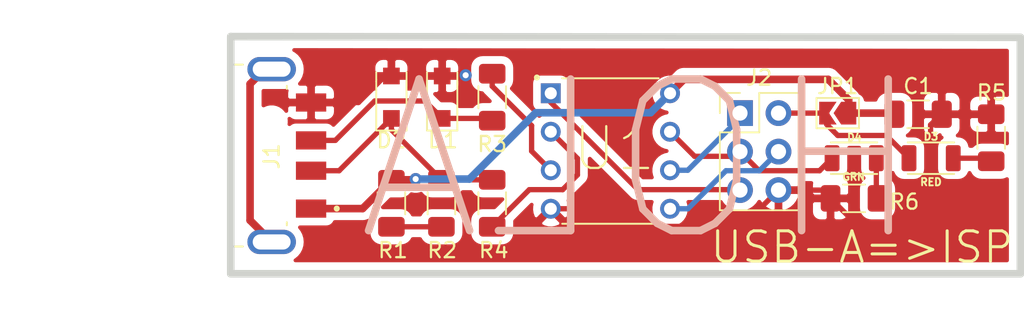
<source format=kicad_pcb>
(kicad_pcb (version 20171130) (host pcbnew "(5.1.10)-1")

  (general
    (thickness 1.6)
    (drawings 8)
    (tracks 88)
    (zones 0)
    (modules 15)
    (nets 16)
  )

  (page A4)
  (layers
    (0 F.Cu signal)
    (31 B.Cu signal)
    (32 B.Adhes user)
    (33 F.Adhes user)
    (34 B.Paste user)
    (35 F.Paste user)
    (36 B.SilkS user)
    (37 F.SilkS user)
    (38 B.Mask user)
    (39 F.Mask user)
    (40 Dwgs.User user)
    (41 Cmts.User user)
    (42 Eco1.User user)
    (43 Eco2.User user)
    (44 Edge.Cuts user)
    (45 Margin user)
    (46 B.CrtYd user)
    (47 F.CrtYd user)
    (48 B.Fab user)
    (49 F.Fab user)
  )

  (setup
    (last_trace_width 0.25)
    (user_trace_width 0.35)
    (user_trace_width 0.5)
    (trace_clearance 0.2)
    (zone_clearance 0.508)
    (zone_45_only no)
    (trace_min 0.2)
    (via_size 0.8)
    (via_drill 0.4)
    (via_min_size 0.4)
    (via_min_drill 0.3)
    (uvia_size 0.3)
    (uvia_drill 0.1)
    (uvias_allowed no)
    (uvia_min_size 0.2)
    (uvia_min_drill 0.1)
    (edge_width 0.05)
    (segment_width 0.2)
    (pcb_text_width 0.3)
    (pcb_text_size 1.5 1.5)
    (mod_edge_width 0.12)
    (mod_text_size 1 1)
    (mod_text_width 0.15)
    (pad_size 1.524 1.524)
    (pad_drill 0.762)
    (pad_to_mask_clearance 0)
    (aux_axis_origin 0 0)
    (visible_elements 7FFFFFFF)
    (pcbplotparams
      (layerselection 0x010fc_ffffffff)
      (usegerberextensions false)
      (usegerberattributes true)
      (usegerberadvancedattributes true)
      (creategerberjobfile true)
      (excludeedgelayer true)
      (linewidth 0.100000)
      (plotframeref false)
      (viasonmask false)
      (mode 1)
      (useauxorigin false)
      (hpglpennumber 1)
      (hpglpenspeed 20)
      (hpglpendiameter 15.000000)
      (psnegative false)
      (psa4output false)
      (plotreference true)
      (plotvalue true)
      (plotinvisibletext false)
      (padsonsilk false)
      (subtractmaskfromsilk false)
      (outputformat 1)
      (mirror false)
      (drillshape 0)
      (scaleselection 1)
      (outputdirectory ""))
  )

  (net 0 "")
  (net 1 GND)
  (net 2 VCC)
  (net 3 "Net-(D3-Pad2)")
  (net 4 "Net-(D3-Pad1)")
  (net 5 /SCK)
  (net 6 "Net-(D4-Pad1)")
  (net 7 "Net-(J1-PadS1)")
  (net 8 "Net-(D2-Pad1)")
  (net 9 "Net-(D1-Pad1)")
  (net 10 /RST)
  (net 11 /MOSI)
  (net 12 /MISO)
  (net 13 "Net-(R1-Pad1)")
  (net 14 "Net-(R3-Pad1)")
  (net 15 "Net-(R4-Pad1)")

  (net_class Default "This is the default net class."
    (clearance 0.2)
    (trace_width 0.25)
    (via_dia 0.8)
    (via_drill 0.4)
    (uvia_dia 0.3)
    (uvia_drill 0.1)
    (add_net /MISO)
    (add_net /MOSI)
    (add_net /RST)
    (add_net /SCK)
    (add_net GND)
    (add_net "Net-(D1-Pad1)")
    (add_net "Net-(D2-Pad1)")
    (add_net "Net-(D3-Pad1)")
    (add_net "Net-(D3-Pad2)")
    (add_net "Net-(D4-Pad1)")
    (add_net "Net-(J1-PadS1)")
    (add_net "Net-(R1-Pad1)")
    (add_net "Net-(R3-Pad1)")
    (add_net "Net-(R4-Pad1)")
    (add_net VCC)
  )

  (module Diode_SMD:D_SOD-123F (layer F.Cu) (tedit 587F7769) (tstamp 619514C8)
    (at 123.8 85.25 90)
    (descr D_SOD-123F)
    (tags D_SOD-123F)
    (path /6196901B)
    (attr smd)
    (fp_text reference D2 (at -2.85 0 180) (layer F.SilkS)
      (effects (font (size 1 1) (thickness 0.15)))
    )
    (fp_text value 3.3V (at 2.75 -0.1 180) (layer F.Fab)
      (effects (font (size 1 1) (thickness 0.15)))
    )
    (fp_line (start -2.2 -1) (end 1.65 -1) (layer F.SilkS) (width 0.12))
    (fp_line (start -2.2 1) (end 1.65 1) (layer F.SilkS) (width 0.12))
    (fp_line (start -2.2 -1.15) (end -2.2 1.15) (layer F.CrtYd) (width 0.05))
    (fp_line (start 2.2 1.15) (end -2.2 1.15) (layer F.CrtYd) (width 0.05))
    (fp_line (start 2.2 -1.15) (end 2.2 1.15) (layer F.CrtYd) (width 0.05))
    (fp_line (start -2.2 -1.15) (end 2.2 -1.15) (layer F.CrtYd) (width 0.05))
    (fp_line (start -1.4 -0.9) (end 1.4 -0.9) (layer F.Fab) (width 0.1))
    (fp_line (start 1.4 -0.9) (end 1.4 0.9) (layer F.Fab) (width 0.1))
    (fp_line (start 1.4 0.9) (end -1.4 0.9) (layer F.Fab) (width 0.1))
    (fp_line (start -1.4 0.9) (end -1.4 -0.9) (layer F.Fab) (width 0.1))
    (fp_line (start -0.75 0) (end -0.35 0) (layer F.Fab) (width 0.1))
    (fp_line (start -0.35 0) (end -0.35 -0.55) (layer F.Fab) (width 0.1))
    (fp_line (start -0.35 0) (end -0.35 0.55) (layer F.Fab) (width 0.1))
    (fp_line (start -0.35 0) (end 0.25 -0.4) (layer F.Fab) (width 0.1))
    (fp_line (start 0.25 -0.4) (end 0.25 0.4) (layer F.Fab) (width 0.1))
    (fp_line (start 0.25 0.4) (end -0.35 0) (layer F.Fab) (width 0.1))
    (fp_line (start 0.25 0) (end 0.75 0) (layer F.Fab) (width 0.1))
    (fp_line (start -2.2 -1) (end -2.2 1) (layer F.SilkS) (width 0.12))
    (fp_text user %R (at -0.127 -1.905 90) (layer F.Fab)
      (effects (font (size 1 1) (thickness 0.15)))
    )
    (pad 2 smd rect (at 1.4 0 90) (size 1.1 1.1) (layers F.Cu F.Paste F.Mask)
      (net 1 GND))
    (pad 1 smd rect (at -1.4 0 90) (size 1.1 1.1) (layers F.Cu F.Paste F.Mask)
      (net 8 "Net-(D2-Pad1)"))
    (model ${KISYS3DMOD}/Diode_SMD.3dshapes/D_SOD-123F.wrl
      (at (xyz 0 0 0))
      (scale (xyz 1 1 1))
      (rotate (xyz 0 0 0))
    )
  )

  (module Diode_SMD:D_SOD-123F (layer F.Cu) (tedit 587F7769) (tstamp 619514B3)
    (at 127.15 85.25 90)
    (descr D_SOD-123F)
    (tags D_SOD-123F)
    (path /61963DA1)
    (attr smd)
    (fp_text reference D1 (at -2.85 0.05 180) (layer F.SilkS)
      (effects (font (size 1 1) (thickness 0.15)))
    )
    (fp_text value 3.3V (at 2.75 0.3 180) (layer F.Fab)
      (effects (font (size 1 1) (thickness 0.15)))
    )
    (fp_line (start -2.2 -1) (end 1.65 -1) (layer F.SilkS) (width 0.12))
    (fp_line (start -2.2 1) (end 1.65 1) (layer F.SilkS) (width 0.12))
    (fp_line (start -2.2 -1.15) (end -2.2 1.15) (layer F.CrtYd) (width 0.05))
    (fp_line (start 2.2 1.15) (end -2.2 1.15) (layer F.CrtYd) (width 0.05))
    (fp_line (start 2.2 -1.15) (end 2.2 1.15) (layer F.CrtYd) (width 0.05))
    (fp_line (start -2.2 -1.15) (end 2.2 -1.15) (layer F.CrtYd) (width 0.05))
    (fp_line (start -1.4 -0.9) (end 1.4 -0.9) (layer F.Fab) (width 0.1))
    (fp_line (start 1.4 -0.9) (end 1.4 0.9) (layer F.Fab) (width 0.1))
    (fp_line (start 1.4 0.9) (end -1.4 0.9) (layer F.Fab) (width 0.1))
    (fp_line (start -1.4 0.9) (end -1.4 -0.9) (layer F.Fab) (width 0.1))
    (fp_line (start -0.75 0) (end -0.35 0) (layer F.Fab) (width 0.1))
    (fp_line (start -0.35 0) (end -0.35 -0.55) (layer F.Fab) (width 0.1))
    (fp_line (start -0.35 0) (end -0.35 0.55) (layer F.Fab) (width 0.1))
    (fp_line (start -0.35 0) (end 0.25 -0.4) (layer F.Fab) (width 0.1))
    (fp_line (start 0.25 -0.4) (end 0.25 0.4) (layer F.Fab) (width 0.1))
    (fp_line (start 0.25 0.4) (end -0.35 0) (layer F.Fab) (width 0.1))
    (fp_line (start 0.25 0) (end 0.75 0) (layer F.Fab) (width 0.1))
    (fp_line (start -2.2 -1) (end -2.2 1) (layer F.SilkS) (width 0.12))
    (fp_text user %R (at -0.127 -1.905 90) (layer F.Fab)
      (effects (font (size 1 1) (thickness 0.15)))
    )
    (pad 2 smd rect (at 1.4 0 90) (size 1.1 1.1) (layers F.Cu F.Paste F.Mask)
      (net 1 GND))
    (pad 1 smd rect (at -1.4 0 90) (size 1.1 1.1) (layers F.Cu F.Paste F.Mask)
      (net 9 "Net-(D1-Pad1)"))
    (model ${KISYS3DMOD}/Diode_SMD.3dshapes/D_SOD-123F.wrl
      (at (xyz 0 0 0))
      (scale (xyz 1 1 1))
      (rotate (xyz 0 0 0))
    )
  )

  (module Jumper:SolderJumper-2_P1.3mm_Open_TrianglePad1.0x1.5mm (layer F.Cu) (tedit 5A64794F) (tstamp 6195153B)
    (at 153.25 86.3 180)
    (descr "SMD Solder Jumper, 1x1.5mm Triangular Pads, 0.3mm gap, open")
    (tags "solder jumper open")
    (path /6197C4B3)
    (attr virtual)
    (fp_text reference JP1 (at 0 1.775) (layer F.SilkS)
      (effects (font (size 1 1) (thickness 0.15)))
    )
    (fp_text value SolderJumper_2_Open (at -1.175 2.1) (layer F.Fab)
      (effects (font (size 1 1) (thickness 0.15)))
    )
    (fp_line (start 1.65 1.25) (end -1.65 1.25) (layer F.CrtYd) (width 0.05))
    (fp_line (start 1.65 1.25) (end 1.65 -1.25) (layer F.CrtYd) (width 0.05))
    (fp_line (start -1.65 -1.25) (end -1.65 1.25) (layer F.CrtYd) (width 0.05))
    (fp_line (start -1.65 -1.25) (end 1.65 -1.25) (layer F.CrtYd) (width 0.05))
    (fp_line (start -1.4 -1) (end 1.4 -1) (layer F.SilkS) (width 0.12))
    (fp_line (start 1.4 -1) (end 1.4 1) (layer F.SilkS) (width 0.12))
    (fp_line (start 1.4 1) (end -1.4 1) (layer F.SilkS) (width 0.12))
    (fp_line (start -1.4 1) (end -1.4 -1) (layer F.SilkS) (width 0.12))
    (pad 1 smd custom (at -0.725 0 180) (size 0.3 0.3) (layers F.Cu F.Mask)
      (net 2 VCC) (zone_connect 2)
      (options (clearance outline) (anchor rect))
      (primitives
        (gr_poly (pts
           (xy -0.5 -0.75) (xy 0.5 -0.75) (xy 1 0) (xy 0.5 0.75) (xy -0.5 0.75)
) (width 0))
      ))
    (pad 2 smd custom (at 0.725 0 180) (size 0.3 0.3) (layers F.Cu F.Mask)
      (net 3 "Net-(D3-Pad2)") (zone_connect 2)
      (options (clearance outline) (anchor rect))
      (primitives
        (gr_poly (pts
           (xy -0.65 -0.75) (xy 0.5 -0.75) (xy 0.5 0.75) (xy -0.65 0.75) (xy -0.15 0)
) (width 0))
      ))
  )

  (module .pretty:DIP787W46P254L927H533Q8 (layer F.Cu) (tedit 61946830) (tstamp 619515B7)
    (at 138.25 88.8)
    (path /6194721D)
    (fp_text reference U1 (at 0.25 -0.15) (layer F.SilkS)
      (effects (font (size 2.755976 2.755976) (thickness 0.15)))
    )
    (fp_text value ATTINY45-20PU (at 0.65 0.3) (layer F.Fab) hide
      (effects (font (size 2.644008 2.644008) (thickness 0.15)))
    )
    (fp_circle (center -4.85 -4.85) (end -4.75 -4.85) (layer F.SilkS) (width 0.2))
    (fp_circle (center -2.27 -4.05) (end -1.884125 -4.05) (layer F.Fab) (width 0.127))
    (fp_line (start 3.18 4.8) (end -3.18 4.8) (layer F.SilkS) (width 0.127))
    (fp_line (start 3.18 -4.8) (end 3.18 4.8) (layer F.Fab) (width 0.127))
    (fp_line (start -3.18 -4.8) (end 3.18 -4.8) (layer F.SilkS) (width 0.127))
    (fp_line (start -3.18 4.8) (end -3.18 -4.8) (layer F.Fab) (width 0.127))
    (fp_line (start -5.13 -5.21) (end -5.13 5.21) (layer F.CrtYd) (width 0.05))
    (fp_line (start 5.13 -5.21) (end -5.13 -5.21) (layer F.CrtYd) (width 0.05))
    (fp_line (start 5.13 5.21) (end 5.13 -5.21) (layer F.CrtYd) (width 0.05))
    (fp_line (start -5.13 5.21) (end 5.13 5.21) (layer F.CrtYd) (width 0.05))
    (pad 7 thru_hole circle (at 3.935 -1.27) (size 1.308 1.308) (drill 0.8) (layers *.Cu *.Mask)
      (net 5 /SCK))
    (pad 6 thru_hole circle (at 3.935 1.27) (size 1.308 1.308) (drill 0.8) (layers *.Cu *.Mask)
      (net 12 /MISO))
    (pad 8 thru_hole circle (at 3.935 -3.81) (size 1.308 1.308) (drill 0.8) (layers *.Cu *.Mask)
      (net 2 VCC))
    (pad 5 thru_hole circle (at 3.935 3.81) (size 1.308 1.308) (drill 0.8) (layers *.Cu *.Mask)
      (net 11 /MOSI))
    (pad 1 thru_hole rect (at -3.935 -3.81) (size 1.308 1.308) (drill 0.8) (layers *.Cu *.Mask)
      (net 10 /RST))
    (pad 4 thru_hole circle (at -3.935 3.81) (size 1.308 1.308) (drill 0.8) (layers *.Cu *.Mask)
      (net 1 GND))
    (pad 2 thru_hole circle (at -3.935 -1.27) (size 1.308 1.308) (drill 0.8) (layers *.Cu *.Mask)
      (net 15 "Net-(R4-Pad1)"))
    (pad 3 thru_hole circle (at -3.935 1.27) (size 1.308 1.308) (drill 0.8) (layers *.Cu *.Mask)
      (net 14 "Net-(R3-Pad1)"))
  )

  (module Resistor_SMD:R_1206_3216Metric_Pad1.30x1.75mm_HandSolder (layer F.Cu) (tedit 5F68FEEE) (tstamp 619515A1)
    (at 154.325 91.925 180)
    (descr "Resistor SMD 1206 (3216 Metric), square (rectangular) end terminal, IPC_7351 nominal with elongated pad for handsoldering. (Body size source: IPC-SM-782 page 72, https://www.pcb-3d.com/wordpress/wp-content/uploads/ipc-sm-782a_amendment_1_and_2.pdf), generated with kicad-footprint-generator")
    (tags "resistor handsolder")
    (path /6198C393)
    (attr smd)
    (fp_text reference R6 (at -3.325 -0.225) (layer F.SilkS)
      (effects (font (size 1 1) (thickness 0.15)))
    )
    (fp_text value 499 (at -3.1 -0.075 270) (layer F.Fab)
      (effects (font (size 1 1) (thickness 0.15)))
    )
    (fp_line (start 2.45 1.12) (end -2.45 1.12) (layer F.CrtYd) (width 0.05))
    (fp_line (start 2.45 -1.12) (end 2.45 1.12) (layer F.CrtYd) (width 0.05))
    (fp_line (start -2.45 -1.12) (end 2.45 -1.12) (layer F.CrtYd) (width 0.05))
    (fp_line (start -2.45 1.12) (end -2.45 -1.12) (layer F.CrtYd) (width 0.05))
    (fp_line (start -0.727064 0.91) (end 0.727064 0.91) (layer F.SilkS) (width 0.12))
    (fp_line (start -0.727064 -0.91) (end 0.727064 -0.91) (layer F.SilkS) (width 0.12))
    (fp_line (start 1.6 0.8) (end -1.6 0.8) (layer F.Fab) (width 0.1))
    (fp_line (start 1.6 -0.8) (end 1.6 0.8) (layer F.Fab) (width 0.1))
    (fp_line (start -1.6 -0.8) (end 1.6 -0.8) (layer F.Fab) (width 0.1))
    (fp_line (start -1.6 0.8) (end -1.6 -0.8) (layer F.Fab) (width 0.1))
    (fp_text user %R (at 0 0) (layer F.Fab)
      (effects (font (size 0.8 0.8) (thickness 0.12)))
    )
    (pad 2 smd roundrect (at 1.55 0 180) (size 1.3 1.75) (layers F.Cu F.Paste F.Mask) (roundrect_rratio 0.1923076923076923)
      (net 1 GND))
    (pad 1 smd roundrect (at -1.55 0 180) (size 1.3 1.75) (layers F.Cu F.Paste F.Mask) (roundrect_rratio 0.1923076923076923)
      (net 6 "Net-(D4-Pad1)"))
    (model ${KISYS3DMOD}/Resistor_SMD.3dshapes/R_1206_3216Metric.wrl
      (at (xyz 0 0 0))
      (scale (xyz 1 1 1))
      (rotate (xyz 0 0 0))
    )
  )

  (module Resistor_SMD:R_1206_3216Metric_Pad1.30x1.75mm_HandSolder (layer F.Cu) (tedit 5F68FEEE) (tstamp 6195672F)
    (at 163.375 87.925 90)
    (descr "Resistor SMD 1206 (3216 Metric), square (rectangular) end terminal, IPC_7351 nominal with elongated pad for handsoldering. (Body size source: IPC-SM-782 page 72, https://www.pcb-3d.com/wordpress/wp-content/uploads/ipc-sm-782a_amendment_1_and_2.pdf), generated with kicad-footprint-generator")
    (tags "resistor handsolder")
    (path /61982C62)
    (attr smd)
    (fp_text reference R5 (at 2.975 0.025 180) (layer F.SilkS)
      (effects (font (size 1 1) (thickness 0.15)))
    )
    (fp_text value 1K (at -0.075 0.075 90) (layer F.Fab)
      (effects (font (size 1 1) (thickness 0.15)))
    )
    (fp_line (start 2.45 1.12) (end -2.45 1.12) (layer F.CrtYd) (width 0.05))
    (fp_line (start 2.45 -1.12) (end 2.45 1.12) (layer F.CrtYd) (width 0.05))
    (fp_line (start -2.45 -1.12) (end 2.45 -1.12) (layer F.CrtYd) (width 0.05))
    (fp_line (start -2.45 1.12) (end -2.45 -1.12) (layer F.CrtYd) (width 0.05))
    (fp_line (start -0.727064 0.91) (end 0.727064 0.91) (layer F.SilkS) (width 0.12))
    (fp_line (start -0.727064 -0.91) (end 0.727064 -0.91) (layer F.SilkS) (width 0.12))
    (fp_line (start 1.6 0.8) (end -1.6 0.8) (layer F.Fab) (width 0.1))
    (fp_line (start 1.6 -0.8) (end 1.6 0.8) (layer F.Fab) (width 0.1))
    (fp_line (start -1.6 -0.8) (end 1.6 -0.8) (layer F.Fab) (width 0.1))
    (fp_line (start -1.6 0.8) (end -1.6 -0.8) (layer F.Fab) (width 0.1))
    (fp_text user %R (at 0 0 90) (layer F.Fab)
      (effects (font (size 0.8 0.8) (thickness 0.12)))
    )
    (pad 2 smd roundrect (at 1.55 0 90) (size 1.3 1.75) (layers F.Cu F.Paste F.Mask) (roundrect_rratio 0.1923076923076923)
      (net 1 GND))
    (pad 1 smd roundrect (at -1.55 0 90) (size 1.3 1.75) (layers F.Cu F.Paste F.Mask) (roundrect_rratio 0.1923076923076923)
      (net 4 "Net-(D3-Pad1)"))
    (model ${KISYS3DMOD}/Resistor_SMD.3dshapes/R_1206_3216Metric.wrl
      (at (xyz 0 0 0))
      (scale (xyz 1 1 1))
      (rotate (xyz 0 0 0))
    )
  )

  (module Resistor_SMD:R_1206_3216Metric_Pad1.30x1.75mm_HandSolder (layer F.Cu) (tedit 5F68FEEE) (tstamp 619554F4)
    (at 130.45 92.25 90)
    (descr "Resistor SMD 1206 (3216 Metric), square (rectangular) end terminal, IPC_7351 nominal with elongated pad for handsoldering. (Body size source: IPC-SM-782 page 72, https://www.pcb-3d.com/wordpress/wp-content/uploads/ipc-sm-782a_amendment_1_and_2.pdf), generated with kicad-footprint-generator")
    (tags "resistor handsolder")
    (path /61961691)
    (attr smd)
    (fp_text reference R4 (at -3.1 0.1 180) (layer F.SilkS)
      (effects (font (size 1 1) (thickness 0.15)))
    )
    (fp_text value 49 (at 3 0 180) (layer F.Fab)
      (effects (font (size 1 1) (thickness 0.15)))
    )
    (fp_line (start 2.45 1.12) (end -2.45 1.12) (layer F.CrtYd) (width 0.05))
    (fp_line (start 2.45 -1.12) (end 2.45 1.12) (layer F.CrtYd) (width 0.05))
    (fp_line (start -2.45 -1.12) (end 2.45 -1.12) (layer F.CrtYd) (width 0.05))
    (fp_line (start -2.45 1.12) (end -2.45 -1.12) (layer F.CrtYd) (width 0.05))
    (fp_line (start -0.727064 0.91) (end 0.727064 0.91) (layer F.SilkS) (width 0.12))
    (fp_line (start -0.727064 -0.91) (end 0.727064 -0.91) (layer F.SilkS) (width 0.12))
    (fp_line (start 1.6 0.8) (end -1.6 0.8) (layer F.Fab) (width 0.1))
    (fp_line (start 1.6 -0.8) (end 1.6 0.8) (layer F.Fab) (width 0.1))
    (fp_line (start -1.6 -0.8) (end 1.6 -0.8) (layer F.Fab) (width 0.1))
    (fp_line (start -1.6 0.8) (end -1.6 -0.8) (layer F.Fab) (width 0.1))
    (fp_text user %R (at 0 0 90) (layer F.Fab)
      (effects (font (size 0.8 0.8) (thickness 0.12)))
    )
    (pad 2 smd roundrect (at 1.55 0 90) (size 1.3 1.75) (layers F.Cu F.Paste F.Mask) (roundrect_rratio 0.1923076923076923)
      (net 8 "Net-(D2-Pad1)"))
    (pad 1 smd roundrect (at -1.55 0 90) (size 1.3 1.75) (layers F.Cu F.Paste F.Mask) (roundrect_rratio 0.1923076923076923)
      (net 15 "Net-(R4-Pad1)"))
    (model ${KISYS3DMOD}/Resistor_SMD.3dshapes/R_1206_3216Metric.wrl
      (at (xyz 0 0 0))
      (scale (xyz 1 1 1))
      (rotate (xyz 0 0 0))
    )
  )

  (module Resistor_SMD:R_1206_3216Metric_Pad1.30x1.75mm_HandSolder (layer F.Cu) (tedit 5F68FEEE) (tstamp 61955C80)
    (at 130.45 85.25 270)
    (descr "Resistor SMD 1206 (3216 Metric), square (rectangular) end terminal, IPC_7351 nominal with elongated pad for handsoldering. (Body size source: IPC-SM-782 page 72, https://www.pcb-3d.com/wordpress/wp-content/uploads/ipc-sm-782a_amendment_1_and_2.pdf), generated with kicad-footprint-generator")
    (tags "resistor handsolder")
    (path /6196126E)
    (attr smd)
    (fp_text reference R3 (at 3.1 0 180) (layer F.SilkS)
      (effects (font (size 1 1) (thickness 0.15)))
    )
    (fp_text value 49 (at 0 1.82 90) (layer F.Fab)
      (effects (font (size 1 1) (thickness 0.15)))
    )
    (fp_line (start 2.45 1.12) (end -2.45 1.12) (layer F.CrtYd) (width 0.05))
    (fp_line (start 2.45 -1.12) (end 2.45 1.12) (layer F.CrtYd) (width 0.05))
    (fp_line (start -2.45 -1.12) (end 2.45 -1.12) (layer F.CrtYd) (width 0.05))
    (fp_line (start -2.45 1.12) (end -2.45 -1.12) (layer F.CrtYd) (width 0.05))
    (fp_line (start -0.727064 0.91) (end 0.727064 0.91) (layer F.SilkS) (width 0.12))
    (fp_line (start -0.727064 -0.91) (end 0.727064 -0.91) (layer F.SilkS) (width 0.12))
    (fp_line (start 1.6 0.8) (end -1.6 0.8) (layer F.Fab) (width 0.1))
    (fp_line (start 1.6 -0.8) (end 1.6 0.8) (layer F.Fab) (width 0.1))
    (fp_line (start -1.6 -0.8) (end 1.6 -0.8) (layer F.Fab) (width 0.1))
    (fp_line (start -1.6 0.8) (end -1.6 -0.8) (layer F.Fab) (width 0.1))
    (fp_text user %R (at 0 0 90) (layer F.Fab)
      (effects (font (size 0.8 0.8) (thickness 0.12)))
    )
    (pad 2 smd roundrect (at 1.55 0 270) (size 1.3 1.75) (layers F.Cu F.Paste F.Mask) (roundrect_rratio 0.1923076923076923)
      (net 9 "Net-(D1-Pad1)"))
    (pad 1 smd roundrect (at -1.55 0 270) (size 1.3 1.75) (layers F.Cu F.Paste F.Mask) (roundrect_rratio 0.1923076923076923)
      (net 14 "Net-(R3-Pad1)"))
    (model ${KISYS3DMOD}/Resistor_SMD.3dshapes/R_1206_3216Metric.wrl
      (at (xyz 0 0 0))
      (scale (xyz 1 1 1))
      (rotate (xyz 0 0 0))
    )
  )

  (module Resistor_SMD:R_1206_3216Metric_Pad1.30x1.75mm_HandSolder (layer F.Cu) (tedit 5F68FEEE) (tstamp 619550FD)
    (at 127.1 92.25 90)
    (descr "Resistor SMD 1206 (3216 Metric), square (rectangular) end terminal, IPC_7351 nominal with elongated pad for handsoldering. (Body size source: IPC-SM-782 page 72, https://www.pcb-3d.com/wordpress/wp-content/uploads/ipc-sm-782a_amendment_1_and_2.pdf), generated with kicad-footprint-generator")
    (tags "resistor handsolder")
    (path /6196FF37)
    (attr smd)
    (fp_text reference R2 (at -3.1 0.05 180) (layer F.SilkS)
      (effects (font (size 1 1) (thickness 0.15)))
    )
    (fp_text value 499 (at 3 0 180) (layer F.Fab)
      (effects (font (size 1 1) (thickness 0.15)))
    )
    (fp_line (start 2.45 1.12) (end -2.45 1.12) (layer F.CrtYd) (width 0.05))
    (fp_line (start 2.45 -1.12) (end 2.45 1.12) (layer F.CrtYd) (width 0.05))
    (fp_line (start -2.45 -1.12) (end 2.45 -1.12) (layer F.CrtYd) (width 0.05))
    (fp_line (start -2.45 1.12) (end -2.45 -1.12) (layer F.CrtYd) (width 0.05))
    (fp_line (start -0.727064 0.91) (end 0.727064 0.91) (layer F.SilkS) (width 0.12))
    (fp_line (start -0.727064 -0.91) (end 0.727064 -0.91) (layer F.SilkS) (width 0.12))
    (fp_line (start 1.6 0.8) (end -1.6 0.8) (layer F.Fab) (width 0.1))
    (fp_line (start 1.6 -0.8) (end 1.6 0.8) (layer F.Fab) (width 0.1))
    (fp_line (start -1.6 -0.8) (end 1.6 -0.8) (layer F.Fab) (width 0.1))
    (fp_line (start -1.6 0.8) (end -1.6 -0.8) (layer F.Fab) (width 0.1))
    (fp_text user %R (at 0 0 90) (layer F.Fab)
      (effects (font (size 0.8 0.8) (thickness 0.12)))
    )
    (pad 2 smd roundrect (at 1.55 0 90) (size 1.3 1.75) (layers F.Cu F.Paste F.Mask) (roundrect_rratio 0.1923076923076923)
      (net 8 "Net-(D2-Pad1)"))
    (pad 1 smd roundrect (at -1.55 0 90) (size 1.3 1.75) (layers F.Cu F.Paste F.Mask) (roundrect_rratio 0.1923076923076923)
      (net 13 "Net-(R1-Pad1)"))
    (model ${KISYS3DMOD}/Resistor_SMD.3dshapes/R_1206_3216Metric.wrl
      (at (xyz 0 0 0))
      (scale (xyz 1 1 1))
      (rotate (xyz 0 0 0))
    )
  )

  (module Resistor_SMD:R_1206_3216Metric_Pad1.30x1.75mm_HandSolder (layer F.Cu) (tedit 5F68FEEE) (tstamp 61955337)
    (at 123.8 92.25 90)
    (descr "Resistor SMD 1206 (3216 Metric), square (rectangular) end terminal, IPC_7351 nominal with elongated pad for handsoldering. (Body size source: IPC-SM-782 page 72, https://www.pcb-3d.com/wordpress/wp-content/uploads/ipc-sm-782a_amendment_1_and_2.pdf), generated with kicad-footprint-generator")
    (tags "resistor handsolder")
    (path /6196EB61)
    (attr smd)
    (fp_text reference R1 (at -3.1 0.1 180) (layer F.SilkS)
      (effects (font (size 1 1) (thickness 0.15)))
    )
    (fp_text value 1K (at 3 0.05 180) (layer F.Fab)
      (effects (font (size 1 1) (thickness 0.15)))
    )
    (fp_line (start 2.45 1.12) (end -2.45 1.12) (layer F.CrtYd) (width 0.05))
    (fp_line (start 2.45 -1.12) (end 2.45 1.12) (layer F.CrtYd) (width 0.05))
    (fp_line (start -2.45 -1.12) (end 2.45 -1.12) (layer F.CrtYd) (width 0.05))
    (fp_line (start -2.45 1.12) (end -2.45 -1.12) (layer F.CrtYd) (width 0.05))
    (fp_line (start -0.727064 0.91) (end 0.727064 0.91) (layer F.SilkS) (width 0.12))
    (fp_line (start -0.727064 -0.91) (end 0.727064 -0.91) (layer F.SilkS) (width 0.12))
    (fp_line (start 1.6 0.8) (end -1.6 0.8) (layer F.Fab) (width 0.1))
    (fp_line (start 1.6 -0.8) (end 1.6 0.8) (layer F.Fab) (width 0.1))
    (fp_line (start -1.6 -0.8) (end 1.6 -0.8) (layer F.Fab) (width 0.1))
    (fp_line (start -1.6 0.8) (end -1.6 -0.8) (layer F.Fab) (width 0.1))
    (fp_text user %R (at 0 0 90) (layer F.Fab)
      (effects (font (size 0.8 0.8) (thickness 0.12)))
    )
    (pad 2 smd roundrect (at 1.55 0 90) (size 1.3 1.75) (layers F.Cu F.Paste F.Mask) (roundrect_rratio 0.1923076923076923)
      (net 2 VCC))
    (pad 1 smd roundrect (at -1.55 0 90) (size 1.3 1.75) (layers F.Cu F.Paste F.Mask) (roundrect_rratio 0.1923076923076923)
      (net 13 "Net-(R1-Pad1)"))
    (model ${KISYS3DMOD}/Resistor_SMD.3dshapes/R_1206_3216Metric.wrl
      (at (xyz 0 0 0))
      (scale (xyz 1 1 1))
      (rotate (xyz 0 0 0))
    )
  )

  (module Connector_PinHeader_2.54mm:PinHeader_2x03_P2.54mm_Vertical (layer F.Cu) (tedit 59FED5CC) (tstamp 61951529)
    (at 146.8 86.3)
    (descr "Through hole straight pin header, 2x03, 2.54mm pitch, double rows")
    (tags "Through hole pin header THT 2x03 2.54mm double row")
    (path /6194D35D)
    (fp_text reference J2 (at 1.27 -2.33) (layer F.SilkS)
      (effects (font (size 1 1) (thickness 0.15)))
    )
    (fp_text value Conn_01x06_Male (at -1.825 2.325 90) (layer F.Fab)
      (effects (font (size 1 1) (thickness 0.15)))
    )
    (fp_line (start 4.35 -1.8) (end -1.8 -1.8) (layer F.CrtYd) (width 0.05))
    (fp_line (start 4.35 6.85) (end 4.35 -1.8) (layer F.CrtYd) (width 0.05))
    (fp_line (start -1.8 6.85) (end 4.35 6.85) (layer F.CrtYd) (width 0.05))
    (fp_line (start -1.8 -1.8) (end -1.8 6.85) (layer F.CrtYd) (width 0.05))
    (fp_line (start -1.33 -1.33) (end 0 -1.33) (layer F.SilkS) (width 0.12))
    (fp_line (start -1.33 0) (end -1.33 -1.33) (layer F.SilkS) (width 0.12))
    (fp_line (start 1.27 -1.33) (end 3.87 -1.33) (layer F.SilkS) (width 0.12))
    (fp_line (start 1.27 1.27) (end 1.27 -1.33) (layer F.SilkS) (width 0.12))
    (fp_line (start -1.33 1.27) (end 1.27 1.27) (layer F.SilkS) (width 0.12))
    (fp_line (start 3.87 -1.33) (end 3.87 6.41) (layer F.SilkS) (width 0.12))
    (fp_line (start -1.33 1.27) (end -1.33 6.41) (layer F.SilkS) (width 0.12))
    (fp_line (start -1.33 6.41) (end 3.87 6.41) (layer F.SilkS) (width 0.12))
    (fp_line (start -1.27 0) (end 0 -1.27) (layer F.Fab) (width 0.1))
    (fp_line (start -1.27 6.35) (end -1.27 0) (layer F.Fab) (width 0.1))
    (fp_line (start 3.81 6.35) (end -1.27 6.35) (layer F.Fab) (width 0.1))
    (fp_line (start 3.81 -1.27) (end 3.81 6.35) (layer F.Fab) (width 0.1))
    (fp_line (start 0 -1.27) (end 3.81 -1.27) (layer F.Fab) (width 0.1))
    (fp_text user %R (at 1.27 2.54 90) (layer F.Fab)
      (effects (font (size 1 1) (thickness 0.15)))
    )
    (pad 6 thru_hole oval (at 2.54 5.08) (size 1.7 1.7) (drill 1) (layers *.Cu *.Mask)
      (net 1 GND))
    (pad 5 thru_hole oval (at 0 5.08) (size 1.7 1.7) (drill 1) (layers *.Cu *.Mask)
      (net 10 /RST))
    (pad 4 thru_hole oval (at 2.54 2.54) (size 1.7 1.7) (drill 1) (layers *.Cu *.Mask)
      (net 11 /MOSI))
    (pad 3 thru_hole oval (at 0 2.54) (size 1.7 1.7) (drill 1) (layers *.Cu *.Mask)
      (net 5 /SCK))
    (pad 2 thru_hole oval (at 2.54 0) (size 1.7 1.7) (drill 1) (layers *.Cu *.Mask)
      (net 3 "Net-(D3-Pad2)"))
    (pad 1 thru_hole rect (at 0 0) (size 1.7 1.7) (drill 1) (layers *.Cu *.Mask)
      (net 12 /MISO))
    (model ${KISYS3DMOD}/Connector_PinHeader_2.54mm.3dshapes/PinHeader_2x03_P2.54mm_Vertical.wrl
      (at (xyz 0 0 0))
      (scale (xyz 1 1 1))
      (rotate (xyz 0 0 0))
    )
  )

  (module .pretty:TE_1-1734028-1 (layer F.Cu) (tedit 61946E1D) (tstamp 619570E5)
    (at 115.9 89.1 270)
    (path /6194A2CC)
    (fp_text reference J1 (at 0.05 0 90) (layer F.SilkS)
      (effects (font (size 1 1) (thickness 0.15)))
    )
    (fp_text value 1-1734028-1 (at 1.94486 -4.628995 90) (layer F.Fab)
      (effects (font (size 1.001551 1.001551) (thickness 0.15)))
    )
    (fp_line (start -6 2.7) (end 6 2.7) (layer F.Fab) (width 0.127))
    (fp_line (start 6 2.7) (end 6 17.65) (layer F.Fab) (width 0.127))
    (fp_line (start 6 17.65) (end -6 17.65) (layer F.Fab) (width 0.127))
    (fp_line (start -6 17.65) (end -6 2.7) (layer F.Fab) (width 0.127))
    (fp_line (start -6.25 1.85) (end -6.75 1.85) (layer F.CrtYd) (width 0.05))
    (fp_line (start 6.75 1.85) (end 6.25 1.85) (layer F.CrtYd) (width 0.05))
    (fp_circle (center 3.499 -4.294) (end 3.599 -4.294) (layer F.SilkS) (width 0.2))
    (fp_circle (center 3.499 -4.294) (end 3.599 -4.294) (layer F.Fab) (width 0.2))
    (fp_line (start -10.2 2.7) (end -6 2.7) (layer F.Fab) (width 0.127))
    (fp_line (start -6 2.7) (end 6 2.7) (layer F.Fab) (width 0.127))
    (fp_line (start 6 2.7) (end 10.2 2.7) (layer F.Fab) (width 0.127))
    (fp_line (start -6 2.7) (end -6 -1) (layer F.Fab) (width 0.127))
    (fp_line (start -6 -1) (end 6 -1) (layer F.Fab) (width 0.127))
    (fp_line (start 6 -1) (end 6 2.7) (layer F.Fab) (width 0.127))
    (fp_line (start -4.6 -1) (end -4.4 -1) (layer F.SilkS) (width 0.127))
    (fp_line (start 4.6 -1) (end 4.4 -1) (layer F.SilkS) (width 0.127))
    (fp_line (start -6 1.9) (end -6 2.7) (layer F.SilkS) (width 0.127))
    (fp_line (start 6 2.7) (end 6 1.9) (layer F.SilkS) (width 0.127))
    (fp_line (start -6.25 1.85) (end -6.25 17.9) (layer F.CrtYd) (width 0.05))
    (fp_line (start 6.25 1.85) (end 6.25 17.9) (layer F.CrtYd) (width 0.05))
    (fp_line (start 6.25 17.9) (end -6.25 17.9) (layer F.CrtYd) (width 0.05))
    (fp_line (start -6.75 1.85) (end -6.75 -3.85) (layer F.CrtYd) (width 0.05))
    (fp_line (start -6.75 -3.85) (end 6.75 -3.85) (layer F.CrtYd) (width 0.05))
    (fp_line (start 6.75 -3.85) (end 6.75 1.85) (layer F.CrtYd) (width 0.05))
    (fp_text user PCB-EDGE (at 7.2 2.6 90) (layer F.Fab)
      (effects (font (size 0.32 0.32) (thickness 0.15)))
    )
    (pad 4 smd rect (at -3.5 -2.6 270) (size 1.2 2) (layers F.Cu F.Paste F.Mask)
      (net 1 GND))
    (pad 1 smd rect (at 3.5 -2.6 270) (size 1.2 2) (layers F.Cu F.Paste F.Mask)
      (net 2 VCC))
    (pad 3 smd rect (at -1 -2.6 270) (size 1.2 2) (layers F.Cu F.Paste F.Mask)
      (net 9 "Net-(D1-Pad1)"))
    (pad 2 smd rect (at 1 -2.6 270) (size 1.2 2) (layers F.Cu F.Paste F.Mask)
      (net 8 "Net-(D2-Pad1)"))
    (pad None np_thru_hole circle (at -2.25 0 270) (size 1.1 1.1) (drill 1.1) (layers *.Cu *.Mask))
    (pad None np_thru_hole circle (at 2.25 0 270) (size 1.1 1.1) (drill 1.1) (layers *.Cu *.Mask))
    (pad S1 thru_hole oval (at -5.7 0 270) (size 1.6 3.2) (drill oval 1 2.5) (layers *.Cu *.Mask)
      (net 7 "Net-(J1-PadS1)"))
    (pad S2 thru_hole oval (at 5.7 0 270) (size 1.6 3.2) (drill oval 1 2.5) (layers *.Cu *.Mask)
      (net 7 "Net-(J1-PadS1)"))
  )

  (module .pretty:RESC3015X65 (layer F.Cu) (tedit 6194BB42) (tstamp 619514E8)
    (at 154.325 89.275 180)
    (path /6198850C)
    (fp_text reference D4 (at -0.025 1.375 180) (layer F.SilkS)
      (effects (font (size 0.480017 0.480017) (thickness 0.15)))
    )
    (fp_text value GRN (at 0.025 -1.225) (layer F.SilkS)
      (effects (font (size 0.480398 0.480398) (thickness 0.15)))
    )
    (fp_line (start 2.21 -1.11) (end -2.21 -1.11) (layer F.CrtYd) (width 0.05))
    (fp_line (start 2.21 1.11) (end 2.21 -1.11) (layer F.CrtYd) (width 0.05))
    (fp_line (start -2.21 1.11) (end 2.21 1.11) (layer F.CrtYd) (width 0.05))
    (fp_line (start -2.21 -1.11) (end -2.21 1.11) (layer F.CrtYd) (width 0.05))
    (fp_line (start -1.53 1.04) (end 1.53 1.04) (layer F.SilkS) (width 0.127))
    (fp_line (start -1.53 -1.04) (end 1.53 -1.04) (layer F.SilkS) (width 0.127))
    (fp_line (start -1.6 0.85) (end -1.6 -0.85) (layer F.Fab) (width 0.127))
    (fp_line (start 1.6 0.85) (end -1.6 0.85) (layer F.Fab) (width 0.127))
    (fp_line (start 1.6 -0.85) (end 1.6 0.85) (layer F.Fab) (width 0.127))
    (fp_line (start -1.6 -0.85) (end 1.6 -0.85) (layer F.Fab) (width 0.127))
    (pad 2 smd roundrect (at 1.45 0 180) (size 0.98 1.72) (layers F.Cu F.Paste F.Mask) (roundrect_rratio 0.17)
      (net 5 /SCK))
    (pad 1 smd roundrect (at -1.47 0 180) (size 0.98 1.72) (layers F.Cu F.Paste F.Mask) (roundrect_rratio 0.17)
      (net 6 "Net-(D4-Pad1)"))
  )

  (module .pretty:RESC3015X65 (layer F.Cu) (tedit 6194BB42) (tstamp 619573A3)
    (at 159.4 89.275 180)
    (path /61980EF1)
    (fp_text reference D3 (at 0 1.425) (layer F.SilkS)
      (effects (font (size 0.480017 0.480017) (thickness 0.15)))
    )
    (fp_text value RED (at 0 -1.575) (layer F.SilkS)
      (effects (font (size 0.480398 0.480398) (thickness 0.15)))
    )
    (fp_line (start 2.21 -1.11) (end -2.21 -1.11) (layer F.CrtYd) (width 0.05))
    (fp_line (start 2.21 1.11) (end 2.21 -1.11) (layer F.CrtYd) (width 0.05))
    (fp_line (start -2.21 1.11) (end 2.21 1.11) (layer F.CrtYd) (width 0.05))
    (fp_line (start -2.21 -1.11) (end -2.21 1.11) (layer F.CrtYd) (width 0.05))
    (fp_line (start -1.53 1.04) (end 1.53 1.04) (layer F.SilkS) (width 0.127))
    (fp_line (start -1.53 -1.04) (end 1.53 -1.04) (layer F.SilkS) (width 0.127))
    (fp_line (start -1.6 0.85) (end -1.6 -0.85) (layer F.Fab) (width 0.127))
    (fp_line (start 1.6 0.85) (end -1.6 0.85) (layer F.Fab) (width 0.127))
    (fp_line (start 1.6 -0.85) (end 1.6 0.85) (layer F.Fab) (width 0.127))
    (fp_line (start -1.6 -0.85) (end 1.6 -0.85) (layer F.Fab) (width 0.127))
    (pad 2 smd roundrect (at 1.45 0 180) (size 0.98 1.72) (layers F.Cu F.Paste F.Mask) (roundrect_rratio 0.17)
      (net 3 "Net-(D3-Pad2)"))
    (pad 1 smd roundrect (at -1.47 0 180) (size 0.98 1.72) (layers F.Cu F.Paste F.Mask) (roundrect_rratio 0.17)
      (net 4 "Net-(D3-Pad1)"))
  )

  (module Capacitor_SMD:C_1206_3216Metric_Pad1.33x1.80mm_HandSolder (layer F.Cu) (tedit 5F68FEEF) (tstamp 6195149E)
    (at 158.55 86.375)
    (descr "Capacitor SMD 1206 (3216 Metric), square (rectangular) end terminal, IPC_7351 nominal with elongated pad for handsoldering. (Body size source: IPC-SM-782 page 76, https://www.pcb-3d.com/wordpress/wp-content/uploads/ipc-sm-782a_amendment_1_and_2.pdf), generated with kicad-footprint-generator")
    (tags "capacitor handsolder")
    (path /61990351)
    (attr smd)
    (fp_text reference C1 (at 0 -1.85) (layer F.SilkS)
      (effects (font (size 1 1) (thickness 0.15)))
    )
    (fp_text value 0.1mF (at 0 1.85) (layer F.Fab)
      (effects (font (size 1 1) (thickness 0.15)))
    )
    (fp_line (start 2.48 1.15) (end -2.48 1.15) (layer F.CrtYd) (width 0.05))
    (fp_line (start 2.48 -1.15) (end 2.48 1.15) (layer F.CrtYd) (width 0.05))
    (fp_line (start -2.48 -1.15) (end 2.48 -1.15) (layer F.CrtYd) (width 0.05))
    (fp_line (start -2.48 1.15) (end -2.48 -1.15) (layer F.CrtYd) (width 0.05))
    (fp_line (start -0.711252 0.91) (end 0.711252 0.91) (layer F.SilkS) (width 0.12))
    (fp_line (start -0.711252 -0.91) (end 0.711252 -0.91) (layer F.SilkS) (width 0.12))
    (fp_line (start 1.6 0.8) (end -1.6 0.8) (layer F.Fab) (width 0.1))
    (fp_line (start 1.6 -0.8) (end 1.6 0.8) (layer F.Fab) (width 0.1))
    (fp_line (start -1.6 -0.8) (end 1.6 -0.8) (layer F.Fab) (width 0.1))
    (fp_line (start -1.6 0.8) (end -1.6 -0.8) (layer F.Fab) (width 0.1))
    (fp_text user %R (at 0 0) (layer F.Fab)
      (effects (font (size 0.8 0.8) (thickness 0.12)))
    )
    (pad 2 smd roundrect (at 1.5625 0) (size 1.325 1.8) (layers F.Cu F.Paste F.Mask) (roundrect_rratio 0.1886784905660377)
      (net 1 GND))
    (pad 1 smd roundrect (at -1.5625 0) (size 1.325 1.8) (layers F.Cu F.Paste F.Mask) (roundrect_rratio 0.1886784905660377)
      (net 2 VCC))
    (model ${KISYS3DMOD}/Capacitor_SMD.3dshapes/C_1206_3216Metric.wrl
      (at (xyz 0 0 0))
      (scale (xyz 1 1 1))
      (rotate (xyz 0 0 0))
    )
  )

  (gr_text USB-A=>ISP (at 154.85 95.15) (layer F.SilkS)
    (effects (font (size 2 2) (thickness 0.2)))
  )
  (gr_text HOLA (at 140.15 89.45) (layer B.SilkS)
    (effects (font (size 10 10) (thickness 0.5)) (justify mirror))
  )
  (gr_line (start 165.3 96.9) (end 165.3 81.3) (layer Edge.Cuts) (width 0.5) (tstamp 61956D06))
  (gr_line (start 113.2 96.9) (end 165.3 96.9) (layer Edge.Cuts) (width 0.5))
  (gr_line (start 113.2 95.1) (end 113.2 96.9) (layer Edge.Cuts) (width 0.5))
  (gr_line (start 113.2 82.85) (end 113.2 95.1) (layer Edge.Cuts) (width 0.5))
  (gr_line (start 113.2 81.25) (end 165.3 81.3) (layer Edge.Cuts) (width 0.5))
  (gr_line (start 113.2 82.85) (end 113.2 81.25) (layer Edge.Cuts) (width 0.5))

  (segment (start 118.5 85.6) (end 118.5 85.55) (width 0.25) (layer F.Cu) (net 1))
  (segment (start 118.5 85.6) (end 118.5 85.5) (width 0.35) (layer F.Cu) (net 1))
  (segment (start 118.5 85.6) (end 121.625 85.6) (width 0.35) (layer F.Cu) (net 1))
  (segment (start 123.375 83.85) (end 123.8 83.85) (width 0.35) (layer F.Cu) (net 1))
  (segment (start 121.625 85.6) (end 123.375 83.85) (width 0.35) (layer F.Cu) (net 1))
  (segment (start 123.8 83.85) (end 127.15 83.85) (width 0.35) (layer F.Cu) (net 1))
  (segment (start 128.65 83.85) (end 128.7 83.8) (width 0.35) (layer F.Cu) (net 1))
  (via (at 128.7 83.8) (size 0.8) (drill 0.4) (layers F.Cu B.Cu) (net 1))
  (segment (start 127.15 83.85) (end 128.65 83.85) (width 0.35) (layer F.Cu) (net 1))
  (segment (start 160.1125 86.375) (end 163.375 86.375) (width 0.35) (layer F.Cu) (net 1))
  (segment (start 152.23 91.38) (end 152.775 91.925) (width 0.35) (layer F.Cu) (net 1))
  (segment (start 149.34 91.38) (end 152.23 91.38) (width 0.35) (layer F.Cu) (net 1))
  (segment (start 134.315 92.61) (end 140.06 92.61) (width 0.35) (layer F.Cu) (net 1))
  (segment (start 140.06 92.61) (end 141.225 93.775) (width 0.35) (layer F.Cu) (net 1))
  (segment (start 146.945 93.775) (end 149.34 91.38) (width 0.35) (layer F.Cu) (net 1))
  (segment (start 141.225 93.775) (end 146.945 93.775) (width 0.35) (layer F.Cu) (net 1))
  (segment (start 160.1125 86.375) (end 160.075 86.375) (width 0.35) (layer F.Cu) (net 1))
  (segment (start 160.075 86.375) (end 159.375 87.075) (width 0.35) (layer F.Cu) (net 1))
  (segment (start 159.375 87.075) (end 159.375 90.875) (width 0.35) (layer F.Cu) (net 1))
  (segment (start 159.375 90.875) (end 156.75 93.5) (width 0.35) (layer F.Cu) (net 1))
  (segment (start 154.35 93.5) (end 152.775 91.925) (width 0.35) (layer F.Cu) (net 1))
  (segment (start 156.75 93.5) (end 154.35 93.5) (width 0.35) (layer F.Cu) (net 1))
  (segment (start 156.9125 86.3) (end 156.9875 86.375) (width 0.5) (layer F.Cu) (net 2))
  (segment (start 153.975 86.3) (end 156.9125 86.3) (width 0.5) (layer F.Cu) (net 2))
  (segment (start 121.9 92.6) (end 123.8 90.7) (width 0.5) (layer F.Cu) (net 2))
  (segment (start 118.5 92.6) (end 121.9 92.6) (width 0.5) (layer F.Cu) (net 2))
  (via (at 125.4 90.65) (size 0.8) (drill 0.4) (layers F.Cu B.Cu) (net 2))
  (segment (start 125.35 90.7) (end 125.4 90.65) (width 0.5) (layer F.Cu) (net 2))
  (segment (start 123.8 90.7) (end 125.35 90.7) (width 0.5) (layer F.Cu) (net 2))
  (segment (start 125.4 90.65) (end 128.95 90.65) (width 0.5) (layer B.Cu) (net 2))
  (segment (start 128.95 90.65) (end 133.325 86.275) (width 0.5) (layer B.Cu) (net 2))
  (segment (start 140.9 86.275) (end 142.185 84.99) (width 0.5) (layer B.Cu) (net 2))
  (segment (start 133.325 86.275) (end 140.9 86.275) (width 0.5) (layer B.Cu) (net 2))
  (segment (start 153.975 85.425) (end 153.975 86.3) (width 0.5) (layer F.Cu) (net 2))
  (segment (start 152.625 84.075) (end 153.975 85.425) (width 0.5) (layer F.Cu) (net 2))
  (segment (start 143.1 84.075) (end 152.625 84.075) (width 0.5) (layer F.Cu) (net 2))
  (segment (start 142.185 84.99) (end 143.1 84.075) (width 0.5) (layer F.Cu) (net 2))
  (segment (start 149.34 86.3) (end 152.525 86.3) (width 0.35) (layer F.Cu) (net 3))
  (segment (start 152.525 87.05) (end 153.25 87.775) (width 0.35) (layer F.Cu) (net 3))
  (segment (start 152.525 86.3) (end 152.525 87.05) (width 0.35) (layer F.Cu) (net 3))
  (segment (start 156.45 87.775) (end 157.95 89.275) (width 0.35) (layer F.Cu) (net 3))
  (segment (start 153.25 87.775) (end 156.45 87.775) (width 0.35) (layer F.Cu) (net 3))
  (segment (start 163.175 89.275) (end 163.375 89.475) (width 0.35) (layer F.Cu) (net 4))
  (segment (start 160.87 89.275) (end 163.175 89.275) (width 0.35) (layer F.Cu) (net 4))
  (segment (start 142.185 87.53) (end 143.805 89.15) (width 0.35) (layer F.Cu) (net 5))
  (segment (start 146.49 89.15) (end 146.8 88.84) (width 0.35) (layer F.Cu) (net 5))
  (segment (start 143.805 89.15) (end 146.49 89.15) (width 0.35) (layer F.Cu) (net 5))
  (segment (start 146.8 88.84) (end 148.06 90.1) (width 0.35) (layer F.Cu) (net 5))
  (segment (start 152.05 90.1) (end 152.875 89.275) (width 0.35) (layer F.Cu) (net 5))
  (segment (start 148.06 90.1) (end 152.05 90.1) (width 0.35) (layer F.Cu) (net 5))
  (segment (start 155.795 91.845) (end 155.875 91.925) (width 0.35) (layer F.Cu) (net 6))
  (segment (start 155.795 89.275) (end 155.795 91.845) (width 0.35) (layer F.Cu) (net 6))
  (segment (start 114.475 93.375) (end 115.9 94.8) (width 0.5) (layer F.Cu) (net 7))
  (segment (start 114.475 84.375) (end 114.475 93.375) (width 0.5) (layer F.Cu) (net 7))
  (segment (start 115.45 83.4) (end 114.475 84.375) (width 0.5) (layer F.Cu) (net 7))
  (segment (start 115.9 83.4) (end 115.45 83.4) (width 0.5) (layer F.Cu) (net 7))
  (segment (start 120.35 90.1) (end 123.8 86.65) (width 0.35) (layer F.Cu) (net 8))
  (segment (start 118.5 90.1) (end 120.35 90.1) (width 0.35) (layer F.Cu) (net 8))
  (segment (start 123.8 87.4) (end 127.1 90.7) (width 0.35) (layer F.Cu) (net 8))
  (segment (start 123.8 86.65) (end 123.8 87.4) (width 0.35) (layer F.Cu) (net 8))
  (segment (start 127.1 90.7) (end 130.45 90.7) (width 0.35) (layer F.Cu) (net 8))
  (segment (start 118.5 88.1) (end 120.1 88.1) (width 0.35) (layer F.Cu) (net 9))
  (segment (start 120.1 88.1) (end 122.7 85.5) (width 0.35) (layer F.Cu) (net 9))
  (segment (start 126 85.5) (end 127.15 86.65) (width 0.35) (layer F.Cu) (net 9))
  (segment (start 122.7 85.5) (end 126 85.5) (width 0.35) (layer F.Cu) (net 9))
  (segment (start 130.3 86.65) (end 130.45 86.8) (width 0.35) (layer F.Cu) (net 9))
  (segment (start 127.15 86.65) (end 130.3 86.65) (width 0.35) (layer F.Cu) (net 9))
  (segment (start 134.315 84.99) (end 134.315 85.59) (width 0.35) (layer F.Cu) (net 10))
  (segment (start 134.315 85.59) (end 140.075 91.35) (width 0.35) (layer F.Cu) (net 10))
  (segment (start 146.77 91.35) (end 146.8 91.38) (width 0.35) (layer F.Cu) (net 10))
  (segment (start 140.075 91.35) (end 146.77 91.35) (width 0.35) (layer F.Cu) (net 10))
  (segment (start 142.185 92.61) (end 143.365 92.61) (width 0.35) (layer B.Cu) (net 11))
  (segment (start 143.365 92.61) (end 145.875 90.1) (width 0.35) (layer B.Cu) (net 11))
  (segment (start 148.08 90.1) (end 149.34 88.84) (width 0.35) (layer B.Cu) (net 11))
  (segment (start 145.875 90.1) (end 148.08 90.1) (width 0.35) (layer B.Cu) (net 11))
  (segment (start 142.185 90.07) (end 143.355 90.07) (width 0.35) (layer B.Cu) (net 12))
  (segment (start 146.8 86.625) (end 146.8 86.3) (width 0.35) (layer B.Cu) (net 12))
  (segment (start 143.355 90.07) (end 146.8 86.625) (width 0.35) (layer B.Cu) (net 12))
  (segment (start 123.8 93.8) (end 127.1 93.8) (width 0.35) (layer F.Cu) (net 13))
  (segment (start 130.45 83.7) (end 130.45 84.525) (width 0.35) (layer F.Cu) (net 14))
  (segment (start 130.45 84.525) (end 133.05 87.125) (width 0.35) (layer F.Cu) (net 14))
  (segment (start 133.05 88.805) (end 134.315 90.07) (width 0.35) (layer F.Cu) (net 14))
  (segment (start 133.05 87.125) (end 133.05 88.805) (width 0.35) (layer F.Cu) (net 14))
  (segment (start 134.315 87.53) (end 136.075 89.29) (width 0.35) (layer F.Cu) (net 15))
  (segment (start 136.075 89.29) (end 136.075 90.375) (width 0.35) (layer F.Cu) (net 15))
  (segment (start 136.075 90.375) (end 135.1 91.35) (width 0.35) (layer F.Cu) (net 15))
  (segment (start 132.9 91.35) (end 130.45 93.8) (width 0.35) (layer F.Cu) (net 15))
  (segment (start 135.1 91.35) (end 132.9 91.35) (width 0.35) (layer F.Cu) (net 15))

  (zone (net 1) (net_name GND) (layer F.Cu) (tstamp 61F0A034) (hatch edge 0.508)
    (connect_pads (clearance 0.508))
    (min_thickness 0.254)
    (fill yes (arc_segments 32) (thermal_gap 0.508) (thermal_bridge_width 0.508))
    (polygon
      (pts
        (xy 165.3 81.3) (xy 165.3 96.9) (xy 113.8 96.9) (xy 113.7 81.25)
      )
    )
    (filled_polygon
      (pts
        (xy 164.415001 82.184151) (xy 164.415001 85.111479) (xy 164.374482 85.099188) (xy 164.25 85.086928) (xy 163.66075 85.09)
        (xy 163.502 85.24875) (xy 163.502 86.248) (xy 163.522 86.248) (xy 163.522 86.502) (xy 163.502 86.502)
        (xy 163.502 87.50125) (xy 163.66075 87.66) (xy 164.25 87.663072) (xy 164.374482 87.650812) (xy 164.415001 87.638521)
        (xy 164.415001 88.294697) (xy 164.33985 88.254528) (xy 164.173254 88.203992) (xy 164 88.186928) (xy 162.75 88.186928)
        (xy 162.576746 88.203992) (xy 162.41015 88.254528) (xy 162.256614 88.336595) (xy 162.122038 88.447038) (xy 162.107297 88.465)
        (xy 161.986588 88.465) (xy 161.98261 88.424616) (xy 161.93682 88.273665) (xy 161.86246 88.134548) (xy 161.762389 88.012611)
        (xy 161.640452 87.91254) (xy 161.501335 87.83818) (xy 161.350384 87.79239) (xy 161.1934 87.776928) (xy 161.164354 87.776928)
        (xy 161.226185 87.726185) (xy 161.305537 87.629494) (xy 161.364502 87.51918) (xy 161.400812 87.399482) (xy 161.413072 87.275)
        (xy 161.411822 87.025) (xy 161.861928 87.025) (xy 161.874188 87.149482) (xy 161.910498 87.26918) (xy 161.969463 87.379494)
        (xy 162.048815 87.476185) (xy 162.145506 87.555537) (xy 162.25582 87.614502) (xy 162.375518 87.650812) (xy 162.5 87.663072)
        (xy 163.08925 87.66) (xy 163.248 87.50125) (xy 163.248 86.502) (xy 162.02375 86.502) (xy 161.865 86.66075)
        (xy 161.861928 87.025) (xy 161.411822 87.025) (xy 161.41 86.66075) (xy 161.25125 86.502) (xy 160.2395 86.502)
        (xy 160.2395 86.522) (xy 159.9855 86.522) (xy 159.9855 86.502) (xy 158.97375 86.502) (xy 158.815 86.66075)
        (xy 158.811928 87.275) (xy 158.824188 87.399482) (xy 158.860498 87.51918) (xy 158.919463 87.629494) (xy 158.998815 87.726185)
        (xy 159.095506 87.805537) (xy 159.20582 87.864502) (xy 159.325518 87.900812) (xy 159.45 87.913072) (xy 159.82675 87.91)
        (xy 159.985498 87.751252) (xy 159.985498 87.91) (xy 160.1043 87.91) (xy 160.099548 87.91254) (xy 159.977611 88.012611)
        (xy 159.87754 88.134548) (xy 159.80318 88.273665) (xy 159.75739 88.424616) (xy 159.741928 88.5816) (xy 159.741928 89.9684)
        (xy 159.75739 90.125384) (xy 159.80318 90.276335) (xy 159.87754 90.415452) (xy 159.977611 90.537389) (xy 160.099548 90.63746)
        (xy 160.238665 90.71182) (xy 160.389616 90.75761) (xy 160.5466 90.773072) (xy 161.1934 90.773072) (xy 161.350384 90.75761)
        (xy 161.501335 90.71182) (xy 161.640452 90.63746) (xy 161.762389 90.537389) (xy 161.86246 90.415452) (xy 161.93682 90.276335)
        (xy 161.946078 90.245814) (xy 162.011595 90.368386) (xy 162.122038 90.502962) (xy 162.256614 90.613405) (xy 162.41015 90.695472)
        (xy 162.576746 90.746008) (xy 162.75 90.763072) (xy 164 90.763072) (xy 164.173254 90.746008) (xy 164.33985 90.695472)
        (xy 164.415 90.655303) (xy 164.415 96.015) (xy 117.47104 96.015) (xy 117.501101 95.998932) (xy 117.719608 95.819608)
        (xy 117.898932 95.601101) (xy 118.032182 95.351808) (xy 118.114236 95.081309) (xy 118.141943 94.8) (xy 118.114236 94.518691)
        (xy 118.032182 94.248192) (xy 117.898932 93.998899) (xy 117.766945 93.838072) (xy 119.5 93.838072) (xy 119.624482 93.825812)
        (xy 119.74418 93.789502) (xy 119.854494 93.730537) (xy 119.951185 93.651185) (xy 120.030537 93.554494) (xy 120.067683 93.485)
        (xy 121.856531 93.485) (xy 121.9 93.489281) (xy 121.943469 93.485) (xy 121.943477 93.485) (xy 122.07349 93.472195)
        (xy 122.240313 93.421589) (xy 122.287274 93.396488) (xy 122.286928 93.4) (xy 122.286928 94.2) (xy 122.303992 94.373254)
        (xy 122.354528 94.53985) (xy 122.436595 94.693386) (xy 122.547038 94.827962) (xy 122.681614 94.938405) (xy 122.83515 95.020472)
        (xy 123.001746 95.071008) (xy 123.175 95.088072) (xy 124.425 95.088072) (xy 124.598254 95.071008) (xy 124.76485 95.020472)
        (xy 124.918386 94.938405) (xy 125.052962 94.827962) (xy 125.163405 94.693386) (xy 125.207976 94.61) (xy 125.692024 94.61)
        (xy 125.736595 94.693386) (xy 125.847038 94.827962) (xy 125.981614 94.938405) (xy 126.13515 95.020472) (xy 126.301746 95.071008)
        (xy 126.475 95.088072) (xy 127.725 95.088072) (xy 127.898254 95.071008) (xy 128.06485 95.020472) (xy 128.218386 94.938405)
        (xy 128.352962 94.827962) (xy 128.463405 94.693386) (xy 128.545472 94.53985) (xy 128.596008 94.373254) (xy 128.613072 94.2)
        (xy 128.613072 93.4) (xy 128.596008 93.226746) (xy 128.545472 93.06015) (xy 128.463405 92.906614) (xy 128.352962 92.772038)
        (xy 128.218386 92.661595) (xy 128.06485 92.579528) (xy 127.898254 92.528992) (xy 127.725 92.511928) (xy 126.475 92.511928)
        (xy 126.301746 92.528992) (xy 126.13515 92.579528) (xy 125.981614 92.661595) (xy 125.847038 92.772038) (xy 125.736595 92.906614)
        (xy 125.692024 92.99) (xy 125.207976 92.99) (xy 125.163405 92.906614) (xy 125.052962 92.772038) (xy 124.918386 92.661595)
        (xy 124.76485 92.579528) (xy 124.598254 92.528992) (xy 124.425 92.511928) (xy 123.23965 92.511928) (xy 123.763507 91.988072)
        (xy 124.425 91.988072) (xy 124.598254 91.971008) (xy 124.76485 91.920472) (xy 124.918386 91.838405) (xy 125.052962 91.727962)
        (xy 125.117667 91.649118) (xy 125.298061 91.685) (xy 125.501939 91.685) (xy 125.701898 91.645226) (xy 125.759543 91.621348)
        (xy 125.847038 91.727962) (xy 125.981614 91.838405) (xy 126.13515 91.920472) (xy 126.301746 91.971008) (xy 126.475 91.988072)
        (xy 127.725 91.988072) (xy 127.898254 91.971008) (xy 128.06485 91.920472) (xy 128.218386 91.838405) (xy 128.352962 91.727962)
        (xy 128.463405 91.593386) (xy 128.507976 91.51) (xy 129.042024 91.51) (xy 129.086595 91.593386) (xy 129.197038 91.727962)
        (xy 129.331614 91.838405) (xy 129.48515 91.920472) (xy 129.651746 91.971008) (xy 129.825 91.988072) (xy 131.075 91.988072)
        (xy 131.12094 91.983547) (xy 130.59256 92.511928) (xy 129.825 92.511928) (xy 129.651746 92.528992) (xy 129.48515 92.579528)
        (xy 129.331614 92.661595) (xy 129.197038 92.772038) (xy 129.086595 92.906614) (xy 129.004528 93.06015) (xy 128.953992 93.226746)
        (xy 128.936928 93.4) (xy 128.936928 94.2) (xy 128.953992 94.373254) (xy 129.004528 94.53985) (xy 129.086595 94.693386)
        (xy 129.197038 94.827962) (xy 129.331614 94.938405) (xy 129.48515 95.020472) (xy 129.651746 95.071008) (xy 129.825 95.088072)
        (xy 131.075 95.088072) (xy 131.248254 95.071008) (xy 131.41485 95.020472) (xy 131.568386 94.938405) (xy 131.702962 94.827962)
        (xy 131.813405 94.693386) (xy 131.895472 94.53985) (xy 131.946008 94.373254) (xy 131.963072 94.2) (xy 131.963072 93.498387)
        (xy 133.606218 93.498387) (xy 133.660093 93.727468) (xy 133.890684 93.833763) (xy 134.137581 93.893028) (xy 134.391296 93.902988)
        (xy 134.642079 93.863259) (xy 134.880293 93.775368) (xy 134.969907 93.727468) (xy 135.023782 93.498387) (xy 134.315 92.789605)
        (xy 133.606218 93.498387) (xy 131.963072 93.498387) (xy 131.963072 93.43244) (xy 133.053779 92.341734) (xy 133.031972 92.432581)
        (xy 133.022012 92.686296) (xy 133.061741 92.937079) (xy 133.149632 93.175293) (xy 133.197532 93.264907) (xy 133.426613 93.318782)
        (xy 134.135395 92.61) (xy 134.121253 92.595858) (xy 134.300858 92.416253) (xy 134.315 92.430395) (xy 134.329143 92.416253)
        (xy 134.508748 92.595858) (xy 134.494605 92.61) (xy 135.203387 93.318782) (xy 135.432468 93.264907) (xy 135.538763 93.034316)
        (xy 135.598028 92.787419) (xy 135.607988 92.533704) (xy 135.568259 92.282921) (xy 135.486664 92.061772) (xy 135.552189 92.026749)
        (xy 135.675528 91.925528) (xy 135.700899 91.894613) (xy 136.619618 90.975895) (xy 136.650528 90.950528) (xy 136.731418 90.851963)
        (xy 136.751749 90.82719) (xy 136.819256 90.700892) (xy 136.826963 90.686473) (xy 136.87328 90.533788) (xy 136.885 90.414791)
        (xy 136.885 90.414789) (xy 136.888919 90.375001) (xy 136.885 90.335213) (xy 136.885 89.329788) (xy 136.887177 89.307689)
        (xy 139.474105 91.894618) (xy 139.499472 91.925528) (xy 139.55489 91.971008) (xy 139.62281 92.026749) (xy 139.656408 92.044707)
        (xy 139.763527 92.101963) (xy 139.916212 92.14828) (xy 140.035209 92.16) (xy 140.035211 92.16) (xy 140.074999 92.163919)
        (xy 140.114787 92.16) (xy 140.976192 92.16) (xy 140.945535 92.234013) (xy 140.896 92.483045) (xy 140.896 92.736955)
        (xy 140.945535 92.985987) (xy 141.042703 93.22057) (xy 141.183768 93.43169) (xy 141.36331 93.611232) (xy 141.57443 93.752297)
        (xy 141.809013 93.849465) (xy 142.058045 93.899) (xy 142.311955 93.899) (xy 142.560987 93.849465) (xy 142.79557 93.752297)
        (xy 143.00669 93.611232) (xy 143.186232 93.43169) (xy 143.327297 93.22057) (xy 143.424465 92.985987) (xy 143.474 92.736955)
        (xy 143.474 92.483045) (xy 143.424465 92.234013) (xy 143.393808 92.16) (xy 145.535185 92.16) (xy 145.646525 92.326632)
        (xy 145.853368 92.533475) (xy 146.096589 92.69599) (xy 146.366842 92.807932) (xy 146.65374 92.865) (xy 146.94626 92.865)
        (xy 147.233158 92.807932) (xy 147.503411 92.69599) (xy 147.746632 92.533475) (xy 147.953475 92.326632) (xy 148.0711 92.150594)
        (xy 148.242412 92.380269) (xy 148.458645 92.575178) (xy 148.708748 92.724157) (xy 148.983109 92.821481) (xy 149.213 92.700814)
        (xy 149.213 91.507) (xy 149.467 91.507) (xy 149.467 92.700814) (xy 149.696891 92.821481) (xy 149.757446 92.8)
        (xy 151.486928 92.8) (xy 151.499188 92.924482) (xy 151.535498 93.04418) (xy 151.594463 93.154494) (xy 151.673815 93.251185)
        (xy 151.770506 93.330537) (xy 151.88082 93.389502) (xy 152.000518 93.425812) (xy 152.125 93.438072) (xy 152.48925 93.435)
        (xy 152.648 93.27625) (xy 152.648 92.052) (xy 152.902 92.052) (xy 152.902 93.27625) (xy 153.06075 93.435)
        (xy 153.425 93.438072) (xy 153.549482 93.425812) (xy 153.66918 93.389502) (xy 153.779494 93.330537) (xy 153.876185 93.251185)
        (xy 153.955537 93.154494) (xy 154.014502 93.04418) (xy 154.050812 92.924482) (xy 154.063072 92.8) (xy 154.06 92.21075)
        (xy 153.90125 92.052) (xy 152.902 92.052) (xy 152.648 92.052) (xy 151.64875 92.052) (xy 151.49 92.21075)
        (xy 151.486928 92.8) (xy 149.757446 92.8) (xy 149.971252 92.724157) (xy 150.221355 92.575178) (xy 150.437588 92.380269)
        (xy 150.611641 92.14692) (xy 150.736825 91.884099) (xy 150.781476 91.73689) (xy 150.660155 91.507) (xy 149.467 91.507)
        (xy 149.213 91.507) (xy 149.193 91.507) (xy 149.193 91.253) (xy 149.213 91.253) (xy 149.213 91.233)
        (xy 149.467 91.233) (xy 149.467 91.253) (xy 150.660155 91.253) (xy 150.781476 91.02311) (xy 150.747168 90.91)
        (xy 151.503895 90.91) (xy 151.499188 90.925518) (xy 151.486928 91.05) (xy 151.49 91.63925) (xy 151.64875 91.798)
        (xy 152.648 91.798) (xy 152.648 91.778) (xy 152.902 91.778) (xy 152.902 91.798) (xy 153.90125 91.798)
        (xy 154.06 91.63925) (xy 154.063072 91.05) (xy 154.050812 90.925518) (xy 154.014502 90.80582) (xy 153.955537 90.695506)
        (xy 153.876185 90.598815) (xy 153.781051 90.520741) (xy 153.86746 90.415452) (xy 153.94182 90.276335) (xy 153.98761 90.125384)
        (xy 154.003072 89.9684) (xy 154.003072 88.585) (xy 154.666928 88.585) (xy 154.666928 89.9684) (xy 154.68239 90.125384)
        (xy 154.72818 90.276335) (xy 154.80254 90.415452) (xy 154.902611 90.537389) (xy 154.95686 90.58191) (xy 154.847038 90.672038)
        (xy 154.736595 90.806614) (xy 154.654528 90.96015) (xy 154.603992 91.126746) (xy 154.586928 91.3) (xy 154.586928 92.55)
        (xy 154.603992 92.723254) (xy 154.654528 92.88985) (xy 154.736595 93.043386) (xy 154.847038 93.177962) (xy 154.981614 93.288405)
        (xy 155.13515 93.370472) (xy 155.301746 93.421008) (xy 155.475 93.438072) (xy 156.275 93.438072) (xy 156.448254 93.421008)
        (xy 156.61485 93.370472) (xy 156.768386 93.288405) (xy 156.902962 93.177962) (xy 157.013405 93.043386) (xy 157.095472 92.88985)
        (xy 157.146008 92.723254) (xy 157.163072 92.55) (xy 157.163072 91.3) (xy 157.146008 91.126746) (xy 157.095472 90.96015)
        (xy 157.013405 90.806614) (xy 156.902962 90.672038) (xy 156.768386 90.561595) (xy 156.698278 90.524121) (xy 156.78746 90.415452)
        (xy 156.86182 90.276335) (xy 156.8725 90.241127) (xy 156.88318 90.276335) (xy 156.95754 90.415452) (xy 157.057611 90.537389)
        (xy 157.179548 90.63746) (xy 157.318665 90.71182) (xy 157.469616 90.75761) (xy 157.6266 90.773072) (xy 158.2734 90.773072)
        (xy 158.430384 90.75761) (xy 158.581335 90.71182) (xy 158.720452 90.63746) (xy 158.842389 90.537389) (xy 158.94246 90.415452)
        (xy 159.01682 90.276335) (xy 159.06261 90.125384) (xy 159.078072 89.9684) (xy 159.078072 88.5816) (xy 159.06261 88.424616)
        (xy 159.01682 88.273665) (xy 158.94246 88.134548) (xy 158.842389 88.012611) (xy 158.720452 87.91254) (xy 158.581335 87.83818)
        (xy 158.430384 87.79239) (xy 158.2734 87.776928) (xy 157.868087 87.776928) (xy 157.893387 87.763405) (xy 158.027962 87.652962)
        (xy 158.138405 87.518387) (xy 158.220472 87.364851) (xy 158.271008 87.198255) (xy 158.288072 87.025001) (xy 158.288072 85.724999)
        (xy 158.271008 85.551745) (xy 158.247728 85.475) (xy 158.811928 85.475) (xy 158.815 86.08925) (xy 158.97375 86.248)
        (xy 159.9855 86.248) (xy 159.9855 84.99875) (xy 160.2395 84.99875) (xy 160.2395 86.248) (xy 161.25125 86.248)
        (xy 161.41 86.08925) (xy 161.411821 85.725) (xy 161.861928 85.725) (xy 161.865 86.08925) (xy 162.02375 86.248)
        (xy 163.248 86.248) (xy 163.248 85.24875) (xy 163.08925 85.09) (xy 162.5 85.086928) (xy 162.375518 85.099188)
        (xy 162.25582 85.135498) (xy 162.145506 85.194463) (xy 162.048815 85.273815) (xy 161.969463 85.370506) (xy 161.910498 85.48082)
        (xy 161.874188 85.600518) (xy 161.861928 85.725) (xy 161.411821 85.725) (xy 161.413072 85.475) (xy 161.400812 85.350518)
        (xy 161.364502 85.23082) (xy 161.305537 85.120506) (xy 161.226185 85.023815) (xy 161.129494 84.944463) (xy 161.01918 84.885498)
        (xy 160.899482 84.849188) (xy 160.775 84.836928) (xy 160.39825 84.84) (xy 160.2395 84.99875) (xy 159.9855 84.99875)
        (xy 159.82675 84.84) (xy 159.45 84.836928) (xy 159.325518 84.849188) (xy 159.20582 84.885498) (xy 159.095506 84.944463)
        (xy 158.998815 85.023815) (xy 158.919463 85.120506) (xy 158.860498 85.23082) (xy 158.824188 85.350518) (xy 158.811928 85.475)
        (xy 158.247728 85.475) (xy 158.220472 85.385149) (xy 158.138405 85.231613) (xy 158.027962 85.097038) (xy 157.893387 84.986595)
        (xy 157.739851 84.904528) (xy 157.573255 84.853992) (xy 157.400001 84.836928) (xy 156.574999 84.836928) (xy 156.401745 84.853992)
        (xy 156.235149 84.904528) (xy 156.081613 84.986595) (xy 155.947038 85.097038) (xy 155.836595 85.231613) (xy 155.754528 85.385149)
        (xy 155.745473 85.415) (xy 155.097621 85.415) (xy 155.064502 85.30582) (xy 155.005537 85.195506) (xy 154.926185 85.098815)
        (xy 154.829494 85.019463) (xy 154.734621 84.968751) (xy 154.714411 84.930941) (xy 154.666095 84.872068) (xy 154.631532 84.829953)
        (xy 154.63153 84.829951) (xy 154.603817 84.796183) (xy 154.57005 84.768471) (xy 153.281534 83.479956) (xy 153.253817 83.446183)
        (xy 153.119059 83.335589) (xy 152.965313 83.253411) (xy 152.79849 83.202805) (xy 152.668477 83.19) (xy 152.668469 83.19)
        (xy 152.625 83.185719) (xy 152.581531 83.19) (xy 143.143465 83.19) (xy 143.099999 83.185719) (xy 143.056533 83.19)
        (xy 143.056523 83.19) (xy 142.92651 83.202805) (xy 142.759687 83.253411) (xy 142.605941 83.335589) (xy 142.576452 83.35979)
        (xy 142.504953 83.418468) (xy 142.504951 83.41847) (xy 142.471183 83.446183) (xy 142.44347 83.479951) (xy 142.222421 83.701)
        (xy 142.058045 83.701) (xy 141.809013 83.750535) (xy 141.57443 83.847703) (xy 141.36331 83.988768) (xy 141.183768 84.16831)
        (xy 141.042703 84.37943) (xy 140.945535 84.614013) (xy 140.896 84.863045) (xy 140.896 85.116955) (xy 140.945535 85.365987)
        (xy 141.042703 85.60057) (xy 141.183768 85.81169) (xy 141.36331 85.991232) (xy 141.57443 86.132297) (xy 141.809013 86.229465)
        (xy 141.962524 86.26) (xy 141.809013 86.290535) (xy 141.57443 86.387703) (xy 141.36331 86.528768) (xy 141.183768 86.70831)
        (xy 141.042703 86.91943) (xy 140.945535 87.154013) (xy 140.896 87.403045) (xy 140.896 87.656955) (xy 140.945535 87.905987)
        (xy 141.042703 88.14057) (xy 141.183768 88.35169) (xy 141.36331 88.531232) (xy 141.57443 88.672297) (xy 141.809013 88.769465)
        (xy 141.962524 88.8) (xy 141.809013 88.830535) (xy 141.57443 88.927703) (xy 141.36331 89.068768) (xy 141.183768 89.24831)
        (xy 141.042703 89.45943) (xy 140.945535 89.694013) (xy 140.896 89.943045) (xy 140.896 90.196955) (xy 140.945535 90.445987)
        (xy 140.984477 90.54) (xy 140.410513 90.54) (xy 135.598773 85.728261) (xy 135.607072 85.644) (xy 135.607072 84.336)
        (xy 135.594812 84.211518) (xy 135.558502 84.09182) (xy 135.499537 83.981506) (xy 135.420185 83.884815) (xy 135.323494 83.805463)
        (xy 135.21318 83.746498) (xy 135.093482 83.710188) (xy 134.969 83.697928) (xy 133.661 83.697928) (xy 133.536518 83.710188)
        (xy 133.41682 83.746498) (xy 133.306506 83.805463) (xy 133.209815 83.884815) (xy 133.130463 83.981506) (xy 133.071498 84.09182)
        (xy 133.035188 84.211518) (xy 133.022928 84.336) (xy 133.022928 85.644) (xy 133.035188 85.768482) (xy 133.071498 85.88818)
        (xy 133.130463 85.998494) (xy 133.209815 86.095185) (xy 133.306506 86.174537) (xy 133.41682 86.233502) (xy 133.536518 86.269812)
        (xy 133.661 86.282072) (xy 133.86156 86.282072) (xy 133.89023 86.310742) (xy 133.70443 86.387703) (xy 133.556835 86.486322)
        (xy 131.746014 84.675502) (xy 131.813405 84.593386) (xy 131.895472 84.43985) (xy 131.946008 84.273254) (xy 131.963072 84.1)
        (xy 131.963072 83.3) (xy 131.946008 83.126746) (xy 131.895472 82.96015) (xy 131.813405 82.806614) (xy 131.702962 82.672038)
        (xy 131.568386 82.561595) (xy 131.41485 82.479528) (xy 131.248254 82.428992) (xy 131.075 82.411928) (xy 129.825 82.411928)
        (xy 129.651746 82.428992) (xy 129.48515 82.479528) (xy 129.331614 82.561595) (xy 129.197038 82.672038) (xy 129.086595 82.806614)
        (xy 129.004528 82.96015) (xy 128.953992 83.126746) (xy 128.936928 83.3) (xy 128.936928 84.1) (xy 128.953992 84.273254)
        (xy 129.004528 84.43985) (xy 129.086595 84.593386) (xy 129.197038 84.727962) (xy 129.331614 84.838405) (xy 129.48515 84.920472)
        (xy 129.651746 84.971008) (xy 129.778417 84.983484) (xy 129.81785 85.031532) (xy 129.874473 85.100528) (xy 129.905383 85.125895)
        (xy 130.291416 85.511928) (xy 129.825 85.511928) (xy 129.651746 85.528992) (xy 129.48515 85.579528) (xy 129.331614 85.661595)
        (xy 129.197038 85.772038) (xy 129.141263 85.84) (xy 128.281046 85.84) (xy 128.230537 85.745506) (xy 128.151185 85.648815)
        (xy 128.054494 85.569463) (xy 127.94418 85.510498) (xy 127.824482 85.474188) (xy 127.7 85.461928) (xy 127.10744 85.461928)
        (xy 126.682624 85.037111) (xy 126.86425 85.035) (xy 127.023 84.87625) (xy 127.023 83.977) (xy 127.277 83.977)
        (xy 127.277 84.87625) (xy 127.43575 85.035) (xy 127.7 85.038072) (xy 127.824482 85.025812) (xy 127.94418 84.989502)
        (xy 128.054494 84.930537) (xy 128.151185 84.851185) (xy 128.230537 84.754494) (xy 128.289502 84.64418) (xy 128.325812 84.524482)
        (xy 128.338072 84.4) (xy 128.335 84.13575) (xy 128.17625 83.977) (xy 127.277 83.977) (xy 127.023 83.977)
        (xy 126.12375 83.977) (xy 125.965 84.13575) (xy 125.961928 84.4) (xy 125.974188 84.524482) (xy 126.010498 84.64418)
        (xy 126.034723 84.689501) (xy 126 84.686081) (xy 125.960212 84.69) (xy 124.91501 84.69) (xy 124.939502 84.64418)
        (xy 124.975812 84.524482) (xy 124.988072 84.4) (xy 124.985 84.13575) (xy 124.82625 83.977) (xy 123.927 83.977)
        (xy 123.927 83.997) (xy 123.673 83.997) (xy 123.673 83.977) (xy 122.77375 83.977) (xy 122.615 84.13575)
        (xy 122.611928 84.4) (xy 122.624188 84.524482) (xy 122.660498 84.64418) (xy 122.68375 84.687681) (xy 122.660211 84.69)
        (xy 122.660209 84.69) (xy 122.541212 84.70172) (xy 122.388527 84.748037) (xy 122.33606 84.776081) (xy 122.24781 84.823251)
        (xy 122.19221 84.868881) (xy 122.124472 84.924472) (xy 122.099105 84.955382) (xy 119.975746 87.078742) (xy 119.951185 87.048815)
        (xy 119.854494 86.969463) (xy 119.74418 86.910498) (xy 119.624482 86.874188) (xy 119.5 86.861928) (xy 117.5 86.861928)
        (xy 117.375518 86.874188) (xy 117.25582 86.910498) (xy 117.145506 86.969463) (xy 117.072542 87.029343) (xy 117.085 86.966712)
        (xy 117.085 86.733288) (xy 117.072542 86.670657) (xy 117.145506 86.730537) (xy 117.25582 86.789502) (xy 117.375518 86.825812)
        (xy 117.5 86.838072) (xy 118.21425 86.835) (xy 118.373 86.67625) (xy 118.373 85.727) (xy 118.627 85.727)
        (xy 118.627 86.67625) (xy 118.78575 86.835) (xy 119.5 86.838072) (xy 119.624482 86.825812) (xy 119.74418 86.789502)
        (xy 119.854494 86.730537) (xy 119.951185 86.651185) (xy 120.030537 86.554494) (xy 120.089502 86.44418) (xy 120.125812 86.324482)
        (xy 120.138072 86.2) (xy 120.135 85.88575) (xy 119.97625 85.727) (xy 118.627 85.727) (xy 118.373 85.727)
        (xy 117.02375 85.727) (xy 116.865 85.88575) (xy 116.862345 86.157307) (xy 116.82045 86.094606) (xy 116.655394 85.92955)
        (xy 116.461308 85.799866) (xy 116.245652 85.710539) (xy 116.016712 85.665) (xy 115.783288 85.665) (xy 115.554348 85.710539)
        (xy 115.36 85.79104) (xy 115.36 84.835) (xy 116.770492 84.835) (xy 116.890051 84.823224) (xy 116.874188 84.875518)
        (xy 116.861928 85) (xy 116.865 85.31425) (xy 117.02375 85.473) (xy 118.373 85.473) (xy 118.373 84.52375)
        (xy 118.627 84.52375) (xy 118.627 85.473) (xy 119.97625 85.473) (xy 120.135 85.31425) (xy 120.138072 85)
        (xy 120.125812 84.875518) (xy 120.089502 84.75582) (xy 120.030537 84.645506) (xy 119.951185 84.548815) (xy 119.854494 84.469463)
        (xy 119.74418 84.410498) (xy 119.624482 84.374188) (xy 119.5 84.361928) (xy 118.78575 84.365) (xy 118.627 84.52375)
        (xy 118.373 84.52375) (xy 118.21425 84.365) (xy 117.766006 84.363072) (xy 117.898932 84.201101) (xy 118.032182 83.951808)
        (xy 118.114236 83.681309) (xy 118.141943 83.4) (xy 118.132094 83.3) (xy 122.611928 83.3) (xy 122.615 83.56425)
        (xy 122.77375 83.723) (xy 123.673 83.723) (xy 123.673 82.82375) (xy 123.927 82.82375) (xy 123.927 83.723)
        (xy 124.82625 83.723) (xy 124.985 83.56425) (xy 124.988072 83.3) (xy 125.961928 83.3) (xy 125.965 83.56425)
        (xy 126.12375 83.723) (xy 127.023 83.723) (xy 127.023 82.82375) (xy 127.277 82.82375) (xy 127.277 83.723)
        (xy 128.17625 83.723) (xy 128.335 83.56425) (xy 128.338072 83.3) (xy 128.325812 83.175518) (xy 128.289502 83.05582)
        (xy 128.230537 82.945506) (xy 128.151185 82.848815) (xy 128.054494 82.769463) (xy 127.94418 82.710498) (xy 127.824482 82.674188)
        (xy 127.7 82.661928) (xy 127.43575 82.665) (xy 127.277 82.82375) (xy 127.023 82.82375) (xy 126.86425 82.665)
        (xy 126.6 82.661928) (xy 126.475518 82.674188) (xy 126.35582 82.710498) (xy 126.245506 82.769463) (xy 126.148815 82.848815)
        (xy 126.069463 82.945506) (xy 126.010498 83.05582) (xy 125.974188 83.175518) (xy 125.961928 83.3) (xy 124.988072 83.3)
        (xy 124.975812 83.175518) (xy 124.939502 83.05582) (xy 124.880537 82.945506) (xy 124.801185 82.848815) (xy 124.704494 82.769463)
        (xy 124.59418 82.710498) (xy 124.474482 82.674188) (xy 124.35 82.661928) (xy 124.08575 82.665) (xy 123.927 82.82375)
        (xy 123.673 82.82375) (xy 123.51425 82.665) (xy 123.25 82.661928) (xy 123.125518 82.674188) (xy 123.00582 82.710498)
        (xy 122.895506 82.769463) (xy 122.798815 82.848815) (xy 122.719463 82.945506) (xy 122.660498 83.05582) (xy 122.624188 83.175518)
        (xy 122.611928 83.3) (xy 118.132094 83.3) (xy 118.114236 83.118691) (xy 118.032182 82.848192) (xy 117.898932 82.598899)
        (xy 117.719608 82.380392) (xy 117.501101 82.201068) (xy 117.38501 82.139016)
      )
    )
  )
)

</source>
